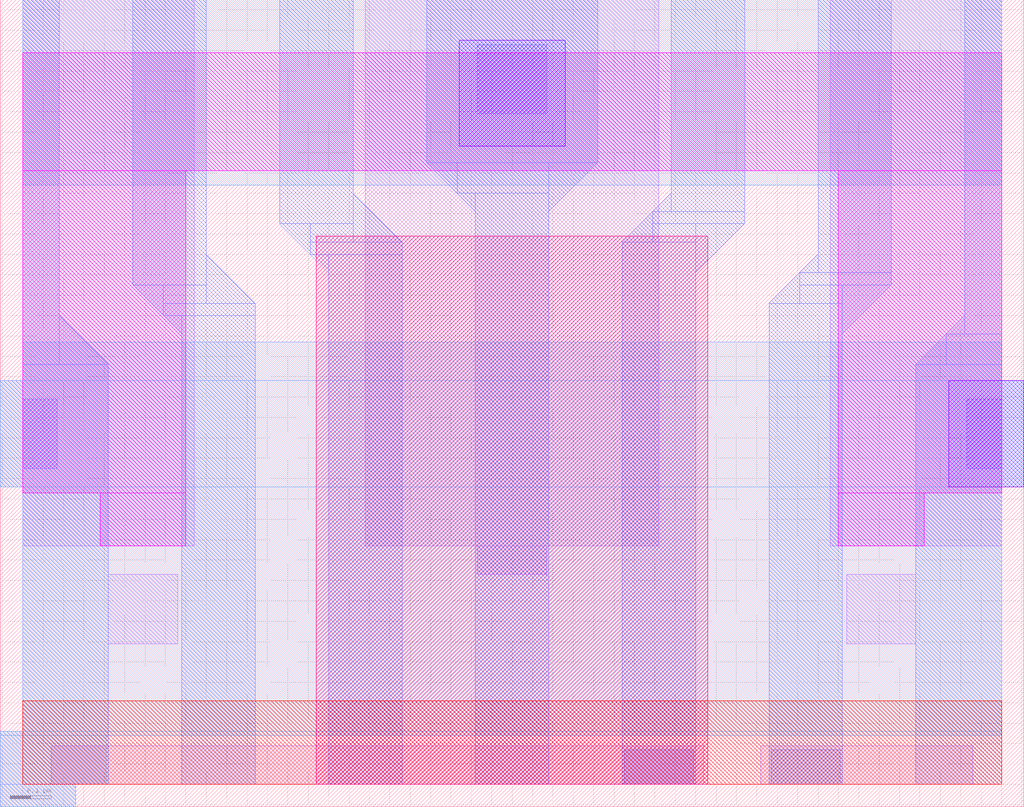
<source format=lef>
# Copyright 2020 The SkyWater PDK Authors
#
# Licensed under the Apache License, Version 2.0 (the "License");
# you may not use this file except in compliance with the License.
# You may obtain a copy of the License at
#
#     https://www.apache.org/licenses/LICENSE-2.0
#
# Unless required by applicable law or agreed to in writing, software
# distributed under the License is distributed on an "AS IS" BASIS,
# WITHOUT WARRANTIES OR CONDITIONS OF ANY KIND, either express or implied.
# See the License for the specific language governing permissions and
# limitations under the License.
#
# SPDX-License-Identifier: Apache-2.0

VERSION 5.7 ;
  NOWIREEXTENSIONATPIN ON ;
  DIVIDERCHAR "/" ;
  BUSBITCHARS "[]" ;
MACRO sky130_fd_bd_sram__sram_dp_colend_opt6
  CLASS BLOCK ;
  FOREIGN sky130_fd_bd_sram__sram_dp_colend_opt6 ;
  ORIGIN  0.055000  0.055000 ;
  SIZE  2.510000 BY  1.980000 ;
  OBS
    LAYER li1 ;
      RECT 0.000000 0.585000 0.420000 1.925000 ;
      RECT 0.070000 0.000000 1.670000 0.095000 ;
      RECT 0.210000 0.345000 0.380000 0.515000 ;
      RECT 0.840000 0.585000 1.560000 1.925000 ;
      RECT 1.115000 0.515000 1.285000 0.585000 ;
      RECT 1.810000 0.000000 2.330000 0.095000 ;
      RECT 1.980000 0.585000 2.400000 1.925000 ;
      RECT 2.020000 0.345000 2.190000 0.515000 ;
    LAYER mcon ;
      RECT 0.000000 0.775000 0.085000 0.945000 ;
      RECT 1.115000 1.645000 1.285000 1.815000 ;
      RECT 1.475000 0.000000 1.645000 0.085000 ;
      RECT 1.835000 0.000000 2.005000 0.085000 ;
      RECT 2.315000 0.775000 2.400000 0.945000 ;
    LAYER met1 ;
      POLYGON  0.090000  1.150000 0.210000 1.030000 0.090000 1.030000 ;
      POLYGON  0.270000  1.225000 0.345000 1.225000 0.345000 1.150000 ;
      POLYGON  0.345000  1.150000 0.390000 1.150000 0.390000 1.105000 ;
      POLYGON  0.450000  1.300000 0.570000 1.180000 0.450000 1.180000 ;
      POLYGON  0.630000  1.375000 0.705000 1.375000 0.705000 1.300000 ;
      POLYGON  0.705000  1.300000 0.750000 1.300000 0.750000 1.255000 ;
      POLYGON  0.810000  1.450000 0.930000 1.330000 0.810000 1.330000 ;
      POLYGON  0.990000  1.525000 1.065000 1.525000 1.065000 1.450000 ;
      POLYGON  1.065000  1.450000 1.110000 1.450000 1.110000 1.405000 ;
      POLYGON  1.290000  1.525000 1.410000 1.525000 1.290000 1.405000 ;
      POLYGON  1.545000  1.405000 1.545000 1.330000 1.470000 1.330000 ;
      POLYGON  1.590000  1.450000 1.590000 1.405000 1.545000 1.405000 ;
      POLYGON  1.650000  1.375000 1.770000 1.375000 1.650000 1.255000 ;
      POLYGON  1.905000  1.255000 1.905000 1.180000 1.830000 1.180000 ;
      POLYGON  1.950000  1.300000 1.950000 1.255000 1.905000 1.255000 ;
      POLYGON  2.010000  1.225000 2.130000 1.225000 2.010000 1.105000 ;
      POLYGON  2.265000  1.105000 2.265000 1.030000 2.190000 1.030000 ;
      POLYGON  2.310000  1.150000 2.310000 1.105000 2.265000 1.105000 ;
      RECT -0.055000 -0.055000 0.130000 0.000000 ;
      RECT -0.055000  0.000000 0.210000 0.130000 ;
      RECT -0.055000  0.730000 0.210000 0.990000 ;
      RECT  0.000000  0.130000 0.210000 0.730000 ;
      RECT  0.000000  0.990000 0.210000 1.030000 ;
      RECT  0.000000  1.030000 0.090000 1.925000 ;
      RECT  0.270000  1.225000 0.450000 1.925000 ;
      RECT  0.345000  1.150000 0.570000 1.180000 ;
      RECT  0.345000  1.180000 0.450000 1.225000 ;
      RECT  0.390000  0.000000 0.570000 1.150000 ;
      RECT  0.630000  1.375000 0.810000 1.925000 ;
      RECT  0.705000  1.300000 0.930000 1.330000 ;
      RECT  0.705000  1.330000 0.810000 1.375000 ;
      RECT  0.750000  0.000000 0.930000 1.300000 ;
      RECT  0.990000  1.525000 1.410000 1.925000 ;
      RECT  1.065000  1.450000 1.290000 1.525000 ;
      RECT  1.110000  0.000000 1.290000 1.450000 ;
      RECT  1.470000  0.000000 1.650000 1.330000 ;
      RECT  1.545000  1.330000 1.650000 1.375000 ;
      RECT  1.545000  1.375000 1.770000 1.405000 ;
      RECT  1.590000  1.405000 1.770000 1.925000 ;
      RECT  1.830000  0.000000 2.010000 1.180000 ;
      RECT  1.905000  1.180000 2.010000 1.225000 ;
      RECT  1.905000  1.225000 2.130000 1.255000 ;
      RECT  1.950000  1.255000 2.130000 1.925000 ;
      RECT  2.190000  0.000000 2.400000 0.730000 ;
      RECT  2.190000  0.730000 2.455000 0.990000 ;
      RECT  2.190000  0.990000 2.400000 1.030000 ;
      RECT  2.265000  1.030000 2.400000 1.105000 ;
      RECT  2.310000  1.105000 2.400000 1.925000 ;
    LAYER met2 ;
      RECT -0.055000 -0.055000 0.130000 0.000000 ;
      RECT -0.055000  0.000000 0.205000 0.120000 ;
      RECT -0.055000  0.120000 2.400000 0.130000 ;
      RECT -0.055000  0.730000 2.455000 0.990000 ;
      RECT  0.000000  0.130000 2.400000 0.730000 ;
      RECT  0.000000  0.990000 2.400000 1.085000 ;
      RECT  0.000000  1.470000 2.400000 1.925000 ;
    LAYER met3 ;
      RECT 0.000000 0.000000 2.400000 0.205000 ;
    LAYER nwell ;
      RECT 0.720000 0.000000 1.680000 1.345000 ;
    LAYER pwell ;
      RECT 0.000000 0.715000 0.400000 1.505000 ;
      RECT 0.000000 1.505000 2.400000 1.795000 ;
      RECT 0.190000 0.585000 0.400000 0.715000 ;
    LAYER pwell ;
      RECT 2.000000 0.585000 2.210000 0.715000 ;
      RECT 2.000000 0.715000 2.400000 1.505000 ;
    LAYER via ;
      RECT 1.070000 1.565000 1.330000 1.825000 ;
      RECT 2.270000 0.730000 2.455000 0.990000 ;
  END
END sky130_fd_bd_sram__sram_dp_colend_opt6
END LIBRARY

</source>
